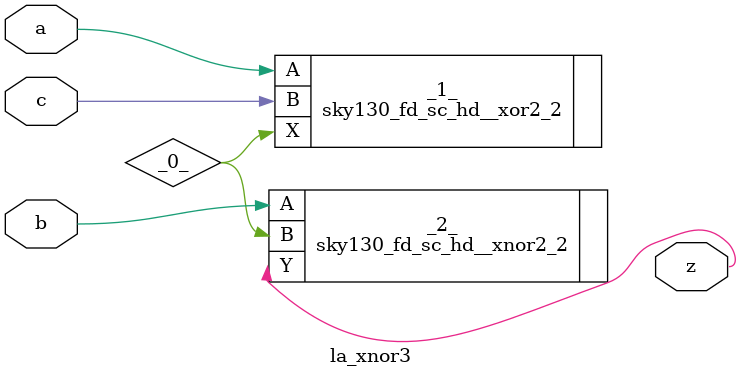
<source format=v>

module la_xnor3(a, b, c, z);
  wire _0_;
  input a;
  input b;
  input c;
  output z;
  sky130_fd_sc_hd__xor2_2 _1_ (
    .A(a),
    .B(c),
    .X(_0_)
  );
  sky130_fd_sc_hd__xnor2_2 _2_ (
    .A(b),
    .B(_0_),
    .Y(z)
  );
endmodule

</source>
